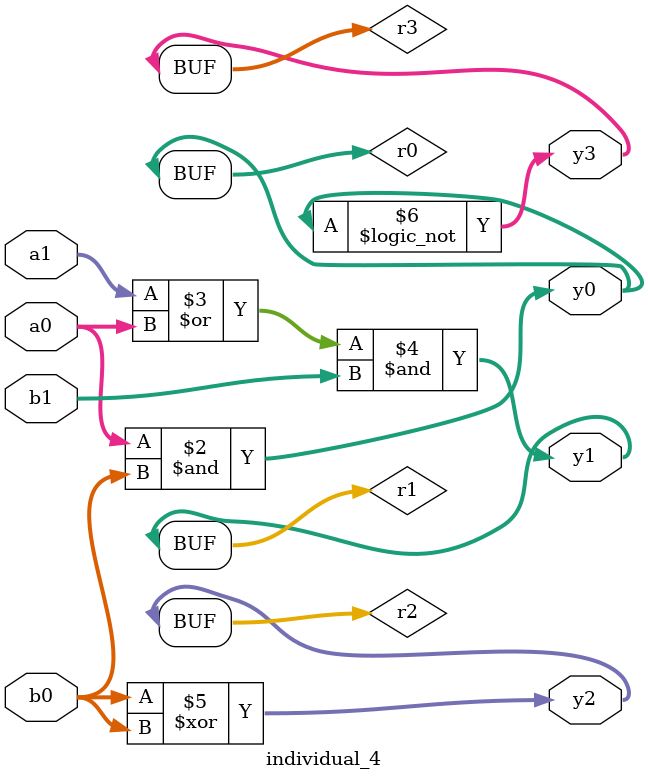
<source format=sv>
module individual_4(input logic [15:0] a1, input logic [15:0] a0, input logic [15:0] b1, input logic [15:0] b0, output logic [15:0] y3, output logic [15:0] y2, output logic [15:0] y1, output logic [15:0] y0);
logic [15:0] r0, r1, r2, r3; 
 always@(*) begin 
	 r0 = a0; r1 = a1; r2 = b0; r3 = b1; 
 	 r0  &=  b0 ;
 	 r1  |=  a0 ;
 	 r1  &=  b1 ;
 	 r2  ^=  b0 ;
 	 r3 = ! r0 ;
 	 y3 = r3; y2 = r2; y1 = r1; y0 = r0; 
end
endmodule
</source>
